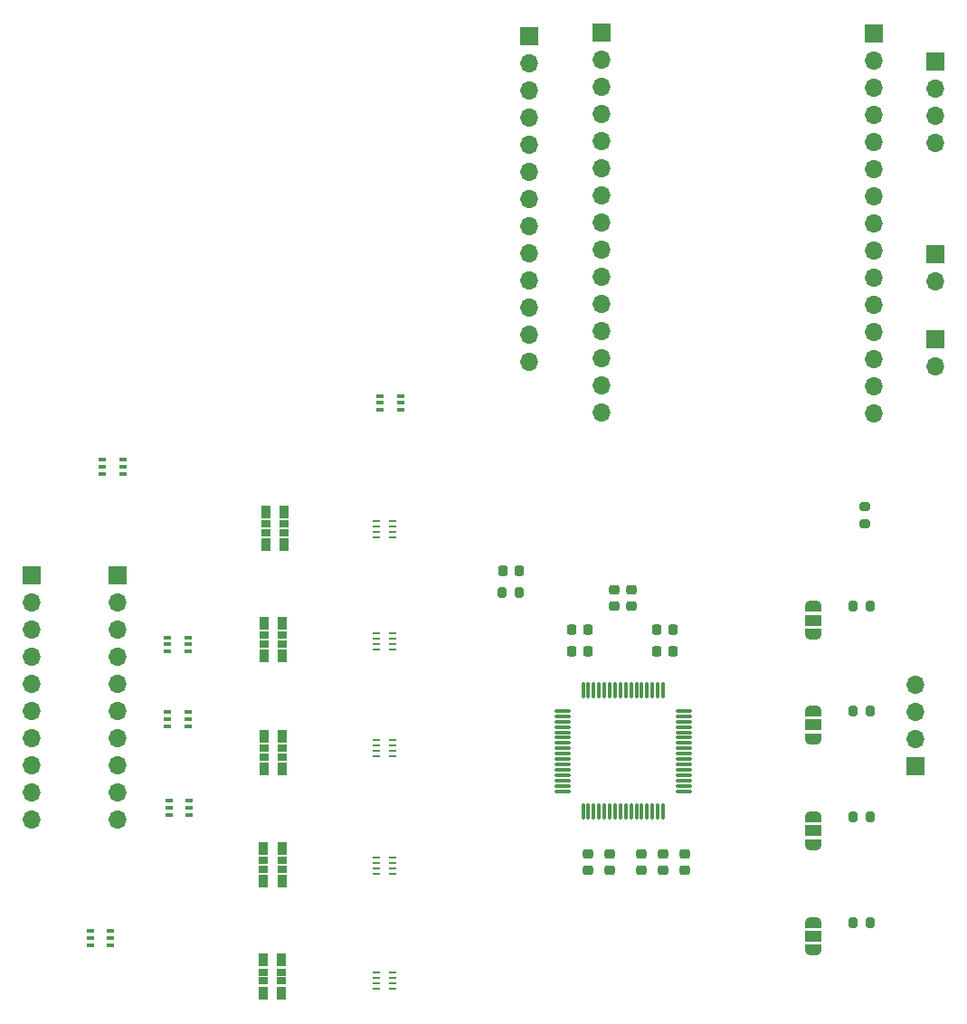
<source format=gbr>
%TF.GenerationSoftware,KiCad,Pcbnew,8.0.5*%
%TF.CreationDate,2025-02-17T01:38:54-08:00*%
%TF.ProjectId,eegw:ads1299,65656777-3a61-4647-9331-3239392e6b69,rev?*%
%TF.SameCoordinates,Original*%
%TF.FileFunction,Soldermask,Top*%
%TF.FilePolarity,Negative*%
%FSLAX46Y46*%
G04 Gerber Fmt 4.6, Leading zero omitted, Abs format (unit mm)*
G04 Created by KiCad (PCBNEW 8.0.5) date 2025-02-17 01:38:54*
%MOMM*%
%LPD*%
G01*
G04 APERTURE LIST*
G04 Aperture macros list*
%AMRoundRect*
0 Rectangle with rounded corners*
0 $1 Rounding radius*
0 $2 $3 $4 $5 $6 $7 $8 $9 X,Y pos of 4 corners*
0 Add a 4 corners polygon primitive as box body*
4,1,4,$2,$3,$4,$5,$6,$7,$8,$9,$2,$3,0*
0 Add four circle primitives for the rounded corners*
1,1,$1+$1,$2,$3*
1,1,$1+$1,$4,$5*
1,1,$1+$1,$6,$7*
1,1,$1+$1,$8,$9*
0 Add four rect primitives between the rounded corners*
20,1,$1+$1,$2,$3,$4,$5,0*
20,1,$1+$1,$4,$5,$6,$7,0*
20,1,$1+$1,$6,$7,$8,$9,0*
20,1,$1+$1,$8,$9,$2,$3,0*%
%AMFreePoly0*
4,1,19,0.550000,-0.750000,0.000000,-0.750000,0.000000,-0.744911,-0.071157,-0.744911,-0.207708,-0.704816,-0.327430,-0.627875,-0.420627,-0.520320,-0.479746,-0.390866,-0.500000,-0.250000,-0.500000,0.250000,-0.479746,0.390866,-0.420627,0.520320,-0.327430,0.627875,-0.207708,0.704816,-0.071157,0.744911,0.000000,0.744911,0.000000,0.750000,0.550000,0.750000,0.550000,-0.750000,0.550000,-0.750000,
$1*%
%AMFreePoly1*
4,1,19,0.000000,0.744911,0.071157,0.744911,0.207708,0.704816,0.327430,0.627875,0.420627,0.520320,0.479746,0.390866,0.500000,0.250000,0.500000,-0.250000,0.479746,-0.390866,0.420627,-0.520320,0.327430,-0.627875,0.207708,-0.704816,0.071157,-0.744911,0.000000,-0.744911,0.000000,-0.750000,-0.550000,-0.750000,-0.550000,0.750000,0.000000,0.750000,0.000000,0.744911,0.000000,0.744911,
$1*%
G04 Aperture macros list end*
%ADD10R,1.700000X1.700000*%
%ADD11O,1.700000X1.700000*%
%ADD12RoundRect,0.075000X-0.662500X-0.075000X0.662500X-0.075000X0.662500X0.075000X-0.662500X0.075000X0*%
%ADD13RoundRect,0.075000X-0.075000X-0.662500X0.075000X-0.662500X0.075000X0.662500X-0.075000X0.662500X0*%
%ADD14RoundRect,0.225000X0.225000X0.250000X-0.225000X0.250000X-0.225000X-0.250000X0.225000X-0.250000X0*%
%ADD15R,0.965200X1.244600*%
%ADD16R,0.965200X0.660400*%
%ADD17RoundRect,0.200000X-0.200000X-0.275000X0.200000X-0.275000X0.200000X0.275000X-0.200000X0.275000X0*%
%ADD18FreePoly0,90.000000*%
%ADD19R,1.500000X1.000000*%
%ADD20FreePoly1,90.000000*%
%ADD21R,0.685800X0.152400*%
%ADD22RoundRect,0.100000X0.225000X0.100000X-0.225000X0.100000X-0.225000X-0.100000X0.225000X-0.100000X0*%
%ADD23RoundRect,0.100000X-0.225000X-0.100000X0.225000X-0.100000X0.225000X0.100000X-0.225000X0.100000X0*%
%ADD24RoundRect,0.225000X0.250000X-0.225000X0.250000X0.225000X-0.250000X0.225000X-0.250000X-0.225000X0*%
%ADD25RoundRect,0.225000X-0.225000X-0.250000X0.225000X-0.250000X0.225000X0.250000X-0.225000X0.250000X0*%
%ADD26RoundRect,0.225000X-0.250000X0.225000X-0.250000X-0.225000X0.250000X-0.225000X0.250000X0.225000X0*%
%ADD27RoundRect,0.200000X0.275000X-0.200000X0.275000X0.200000X-0.275000X0.200000X-0.275000X-0.200000X0*%
G04 APERTURE END LIST*
D10*
%TO.C,J2*%
X142937500Y-59262500D03*
D11*
X142937500Y-61802500D03*
X142937500Y-64342500D03*
X142937500Y-66882500D03*
X142937500Y-69422500D03*
X142937500Y-71962500D03*
X142937500Y-74502500D03*
X142937500Y-77042500D03*
X142937500Y-79582500D03*
X142937500Y-82122500D03*
X142937500Y-84662500D03*
X142937500Y-87202500D03*
X142937500Y-89742500D03*
%TD*%
D12*
%TO.C,U6*%
X146087500Y-122412500D03*
X146087500Y-122912500D03*
X146087500Y-123412500D03*
X146087500Y-123912500D03*
X146087500Y-124412500D03*
X146087500Y-124912500D03*
X146087500Y-125412500D03*
X146087500Y-125912500D03*
X146087500Y-126412500D03*
X146087500Y-126912500D03*
X146087500Y-127412500D03*
X146087500Y-127912500D03*
X146087500Y-128412500D03*
X146087500Y-128912500D03*
X146087500Y-129412500D03*
X146087500Y-129912500D03*
D13*
X148000000Y-131825000D03*
X148500000Y-131825000D03*
X149000000Y-131825000D03*
X149500000Y-131825000D03*
X150000000Y-131825000D03*
X150500000Y-131825000D03*
X151000000Y-131825000D03*
X151500000Y-131825000D03*
X152000000Y-131825000D03*
X152500000Y-131825000D03*
X153000000Y-131825000D03*
X153500000Y-131825000D03*
X154000000Y-131825000D03*
X154500000Y-131825000D03*
X155000000Y-131825000D03*
X155500000Y-131825000D03*
D12*
X157412500Y-129912500D03*
X157412500Y-129412500D03*
X157412500Y-128912500D03*
X157412500Y-128412500D03*
X157412500Y-127912500D03*
X157412500Y-127412500D03*
X157412500Y-126912500D03*
X157412500Y-126412500D03*
X157412500Y-125912500D03*
X157412500Y-125412500D03*
X157412500Y-124912500D03*
X157412500Y-124412500D03*
X157412500Y-123912500D03*
X157412500Y-123412500D03*
X157412500Y-122912500D03*
X157412500Y-122412500D03*
D13*
X155500000Y-120500000D03*
X155000000Y-120500000D03*
X154500000Y-120500000D03*
X154000000Y-120500000D03*
X153500000Y-120500000D03*
X153000000Y-120500000D03*
X152500000Y-120500000D03*
X152000000Y-120500000D03*
X151500000Y-120500000D03*
X151000000Y-120500000D03*
X150500000Y-120500000D03*
X150000000Y-120500000D03*
X149500000Y-120500000D03*
X149000000Y-120500000D03*
X148500000Y-120500000D03*
X148000000Y-120500000D03*
%TD*%
D14*
%TO.C,C12*%
X156412500Y-114825000D03*
X154862500Y-114825000D03*
%TD*%
D15*
%TO.C,R10*%
X118048900Y-145733800D03*
D16*
X118048900Y-146855210D03*
X118048900Y-147684520D03*
D15*
X118048900Y-148807200D03*
X119801500Y-148807200D03*
D16*
X119801500Y-147685790D03*
X119801500Y-146856480D03*
D15*
X119801500Y-145733800D03*
%TD*%
%TO.C,R5*%
X118134900Y-124794500D03*
D16*
X118134900Y-125915910D03*
X118134900Y-126745220D03*
D15*
X118134900Y-127867900D03*
X119887500Y-127867900D03*
D16*
X119887500Y-126746490D03*
X119887500Y-125917180D03*
D15*
X119887500Y-124794500D03*
%TD*%
D10*
%TO.C,J3*%
X180937500Y-61662500D03*
D11*
X180937500Y-64202500D03*
X180937500Y-66742500D03*
X180937500Y-69282500D03*
%TD*%
D17*
%TO.C,R9*%
X173262500Y-132312500D03*
X174912500Y-132312500D03*
%TD*%
D10*
%TO.C,J1*%
X149712000Y-58952500D03*
D11*
X149712000Y-61492500D03*
X149712000Y-64032500D03*
X149712000Y-66572500D03*
X149712000Y-69112500D03*
X149712000Y-71652500D03*
X149712000Y-74192500D03*
X149712000Y-76732500D03*
X149712000Y-79272500D03*
X149712000Y-81812500D03*
X149712000Y-84352500D03*
X149712000Y-86892500D03*
X149712000Y-89432500D03*
X149712000Y-91972500D03*
X149712000Y-94512500D03*
%TD*%
D18*
%TO.C,JP1*%
X169587500Y-115212500D03*
D19*
X169587500Y-113912500D03*
D20*
X169587500Y-112612500D03*
%TD*%
D18*
%TO.C,JP4*%
X169587500Y-144812500D03*
D19*
X169587500Y-143512500D03*
D20*
X169587500Y-142212500D03*
%TD*%
D21*
%TO.C,C1*%
X128664000Y-104662500D03*
X128664000Y-105170500D03*
X128664000Y-105678500D03*
X128664000Y-106186500D03*
X130137200Y-106186500D03*
X130137200Y-105678500D03*
X130137200Y-105170500D03*
X130137200Y-104662500D03*
%TD*%
D17*
%TO.C,R2*%
X140412500Y-111325000D03*
X142062500Y-111325000D03*
%TD*%
D10*
%TO.C,J7*%
X96437500Y-109712500D03*
D11*
X96437500Y-112252500D03*
X96437500Y-114792500D03*
X96437500Y-117332500D03*
X96437500Y-119872500D03*
X96437500Y-122412500D03*
X96437500Y-124952500D03*
X96437500Y-127492500D03*
X96437500Y-130032500D03*
X96437500Y-132572500D03*
%TD*%
D22*
%TO.C,U2*%
X130912500Y-94212500D03*
X130912500Y-93562500D03*
X130912500Y-92912500D03*
X129012500Y-92912500D03*
X129012500Y-93562500D03*
X129012500Y-94212500D03*
%TD*%
D14*
%TO.C,C9*%
X148462500Y-114825000D03*
X146912500Y-114825000D03*
%TD*%
D18*
%TO.C,JP3*%
X169587500Y-134912500D03*
D19*
X169587500Y-133612500D03*
D20*
X169587500Y-132312500D03*
%TD*%
D23*
%TO.C,U5*%
X109136000Y-115532500D03*
X109136000Y-116182500D03*
X109136000Y-116832500D03*
X111036000Y-116832500D03*
X111036000Y-116182500D03*
X111036000Y-115532500D03*
%TD*%
D21*
%TO.C,C7*%
X128690800Y-125162500D03*
X128690800Y-125670500D03*
X128690800Y-126178500D03*
X128690800Y-126686500D03*
X130164000Y-126686500D03*
X130164000Y-126178500D03*
X130164000Y-125670500D03*
X130164000Y-125162500D03*
%TD*%
D23*
%TO.C,U7*%
X101887500Y-143032500D03*
X101887500Y-143682500D03*
X101887500Y-144332500D03*
X103787500Y-144332500D03*
X103787500Y-143682500D03*
X103787500Y-143032500D03*
%TD*%
D24*
%TO.C,C8*%
X157500000Y-137325000D03*
X157500000Y-135775000D03*
%TD*%
%TO.C,C16*%
X150500000Y-137325000D03*
X150500000Y-135775000D03*
%TD*%
D23*
%TO.C,U1*%
X103012500Y-98912500D03*
X103012500Y-99562500D03*
X103012500Y-100212500D03*
X104912500Y-100212500D03*
X104912500Y-99562500D03*
X104912500Y-98912500D03*
%TD*%
D24*
%TO.C,C10*%
X148500000Y-137325000D03*
X148500000Y-135775000D03*
%TD*%
D21*
%TO.C,C5*%
X128690800Y-115162500D03*
X128690800Y-115670500D03*
X128690800Y-116178500D03*
X128690800Y-116686500D03*
X130164000Y-116686500D03*
X130164000Y-116178500D03*
X130164000Y-115670500D03*
X130164000Y-115162500D03*
%TD*%
D15*
%TO.C,R6*%
X118096900Y-135270500D03*
D16*
X118096900Y-136391910D03*
X118096900Y-137221220D03*
D15*
X118096900Y-138343900D03*
X119849500Y-138343900D03*
D16*
X119849500Y-137222490D03*
X119849500Y-136393180D03*
D15*
X119849500Y-135270500D03*
%TD*%
D25*
%TO.C,C4*%
X140487500Y-109325000D03*
X142037500Y-109325000D03*
%TD*%
D14*
%TO.C,C13*%
X156412500Y-116825000D03*
X154862500Y-116825000D03*
%TD*%
D15*
%TO.C,R1*%
X118286500Y-103770500D03*
D16*
X118286500Y-104891910D03*
X118286500Y-105721220D03*
D15*
X118286500Y-106843900D03*
X120039100Y-106843900D03*
D16*
X120039100Y-105722490D03*
X120039100Y-104893180D03*
D15*
X120039100Y-103770500D03*
%TD*%
D10*
%TO.C,J4*%
X175200000Y-59012500D03*
D11*
X175200000Y-61552500D03*
X175200000Y-64092500D03*
X175200000Y-66632500D03*
X175200000Y-69172500D03*
X175200000Y-71712500D03*
X175200000Y-74252500D03*
X175200000Y-76792500D03*
X175200000Y-79332500D03*
X175200000Y-81872500D03*
X175200000Y-84412500D03*
X175200000Y-86952500D03*
X175200000Y-89492500D03*
X175200000Y-92032500D03*
X175200000Y-94572500D03*
%TD*%
D21*
%TO.C,C17*%
X128690800Y-146900500D03*
X128690800Y-147408500D03*
X128690800Y-147916500D03*
X128690800Y-148424500D03*
X130164000Y-148424500D03*
X130164000Y-147916500D03*
X130164000Y-147408500D03*
X130164000Y-146900500D03*
%TD*%
D17*
%TO.C,R11*%
X173262500Y-142212500D03*
X174912500Y-142212500D03*
%TD*%
D14*
%TO.C,C11*%
X148462500Y-116825000D03*
X146912500Y-116825000D03*
%TD*%
D17*
%TO.C,R8*%
X173262500Y-122412500D03*
X174912500Y-122412500D03*
%TD*%
D26*
%TO.C,C3*%
X152500000Y-111050000D03*
X152500000Y-112600000D03*
%TD*%
D10*
%TO.C,J9*%
X179087500Y-127612500D03*
D11*
X179087500Y-125072500D03*
X179087500Y-122532500D03*
X179087500Y-119992500D03*
%TD*%
D10*
%TO.C,J5*%
X180937500Y-87662500D03*
D11*
X180937500Y-90202500D03*
%TD*%
D26*
%TO.C,C2*%
X150912500Y-111050000D03*
X150912500Y-112600000D03*
%TD*%
D27*
%TO.C,R4*%
X174412500Y-104912500D03*
X174412500Y-103262500D03*
%TD*%
D10*
%TO.C,J8*%
X104412500Y-109712500D03*
D11*
X104412500Y-112252500D03*
X104412500Y-114792500D03*
X104412500Y-117332500D03*
X104412500Y-119872500D03*
X104412500Y-122412500D03*
X104412500Y-124952500D03*
X104412500Y-127492500D03*
X104412500Y-130032500D03*
X104412500Y-132572500D03*
%TD*%
D18*
%TO.C,JP2*%
X169587500Y-125012500D03*
D19*
X169587500Y-123712500D03*
D20*
X169587500Y-122412500D03*
%TD*%
D10*
%TO.C,J6*%
X180937500Y-79662500D03*
D11*
X180937500Y-82202500D03*
%TD*%
D26*
%TO.C,C14*%
X155500000Y-135775000D03*
X155500000Y-137325000D03*
%TD*%
D21*
%TO.C,C6*%
X128690800Y-136162500D03*
X128690800Y-136670500D03*
X128690800Y-137178500D03*
X128690800Y-137686500D03*
X130164000Y-137686500D03*
X130164000Y-137178500D03*
X130164000Y-136670500D03*
X130164000Y-136162500D03*
%TD*%
D17*
%TO.C,R3*%
X173262500Y-112612500D03*
X174912500Y-112612500D03*
%TD*%
D15*
%TO.C,R7*%
X118134900Y-114209800D03*
D16*
X118134900Y-115331210D03*
X118134900Y-116160520D03*
D15*
X118134900Y-117283200D03*
X119887500Y-117283200D03*
D16*
X119887500Y-116161790D03*
X119887500Y-115332480D03*
D15*
X119887500Y-114209800D03*
%TD*%
D23*
%TO.C,U3*%
X109236000Y-130832500D03*
X109236000Y-131482500D03*
X109236000Y-132132500D03*
X111136000Y-132132500D03*
X111136000Y-131482500D03*
X111136000Y-130832500D03*
%TD*%
D24*
%TO.C,C15*%
X153500000Y-137325000D03*
X153500000Y-135775000D03*
%TD*%
D23*
%TO.C,U4*%
X109136000Y-122532500D03*
X109136000Y-123182500D03*
X109136000Y-123832500D03*
X111036000Y-123832500D03*
X111036000Y-123182500D03*
X111036000Y-122532500D03*
%TD*%
M02*

</source>
